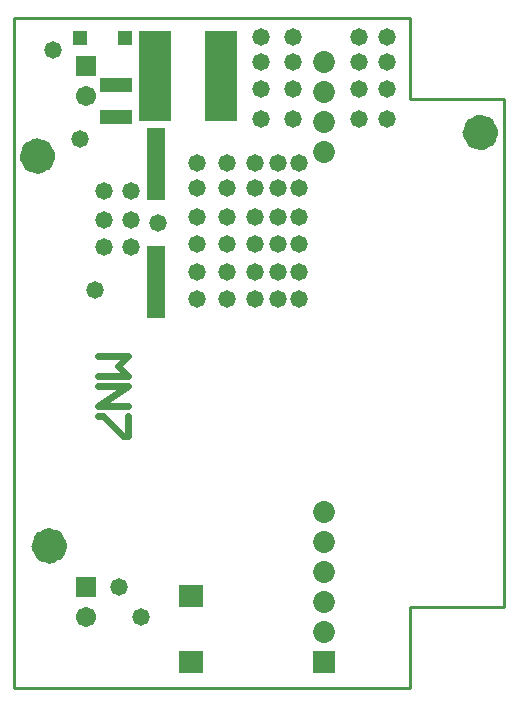
<source format=gts>
%FSLAX44Y44*%
%MOMM*%
G71*
G01*
G75*
G04 Layer_Color=8388736*
%ADD10C,0.8500*%
%ADD11R,1.0000X1.0000*%
%ADD12C,1.6000*%
%ADD13R,1.4000X6.0000*%
%ADD14R,2.6000X1.1000*%
%ADD15R,2.5000X7.5000*%
%ADD16R,1.8000X1.7000*%
%ADD17C,0.6000*%
%ADD18C,0.2000*%
%ADD19C,0.2540*%
%ADD20C,1.6500*%
%ADD21R,1.6500X1.6500*%
%ADD22C,1.5000*%
%ADD23R,1.5000X1.5000*%
%ADD24C,1.2700*%
%ADD25C,0.0500*%
%ADD26C,0.1270*%
%ADD27C,0.1400*%
%ADD28C,2.0000*%
%ADD29R,1.2032X1.2032*%
%ADD30C,1.8032*%
%ADD31R,1.6032X6.2032*%
%ADD32R,2.8032X1.3032*%
%ADD33R,2.7032X7.7032*%
%ADD34R,2.0032X1.9032*%
%ADD35C,1.8532*%
%ADD36R,1.8532X1.8532*%
%ADD37C,1.7032*%
%ADD38R,1.7032X1.7032*%
%ADD39C,1.4732*%
D17*
X71120Y280670D02*
X96512D01*
X88048Y272206D01*
X96512Y263742D01*
X71120D01*
Y255278D02*
X96512D01*
X71120Y238350D01*
X96512D01*
Y229886D02*
Y212959D01*
X92280D01*
X75352Y229886D01*
X71120D01*
D19*
X0Y0D02*
X335026D01*
Y68580D01*
X415036D01*
Y498602D01*
X335026D02*
X415036D01*
X335026D02*
Y567182D01*
X0Y0D02*
Y567182D01*
X335026D01*
D28*
X35000Y120000D02*
G03*
X35000Y120000I-5000J0D01*
G01*
X400000Y470000D02*
G03*
X400000Y470000I-5000J0D01*
G01*
X25000Y450000D02*
G03*
X25000Y450000I-5000J0D01*
G01*
D29*
X55880Y549910D02*
D03*
X93980D02*
D03*
D30*
X30000Y120000D02*
D03*
X395000Y470000D02*
D03*
X20000Y450000D02*
D03*
D31*
X120650Y443700D02*
D03*
Y343700D02*
D03*
D32*
X86360Y510070D02*
D03*
Y483070D02*
D03*
D33*
X175260Y518160D02*
D03*
X119380D02*
D03*
D34*
X149860Y21530D02*
D03*
Y77530D02*
D03*
D35*
X262890Y529590D02*
D03*
Y453390D02*
D03*
Y504190D02*
D03*
Y478790D02*
D03*
Y148590D02*
D03*
Y123190D02*
D03*
Y72390D02*
D03*
Y97790D02*
D03*
Y46990D02*
D03*
D36*
Y21590D02*
D03*
D37*
X60710Y59690D02*
D03*
Y500890D02*
D03*
D38*
Y85090D02*
D03*
Y526290D02*
D03*
D39*
X33270Y540000D02*
D03*
X180340Y328930D02*
D03*
Y351790D02*
D03*
X241300Y444500D02*
D03*
Y422910D02*
D03*
Y398780D02*
D03*
Y351790D02*
D03*
X204470Y444500D02*
D03*
Y422910D02*
D03*
X241300Y375920D02*
D03*
Y328930D02*
D03*
X204470Y398780D02*
D03*
X180340Y444500D02*
D03*
X204470Y375920D02*
D03*
Y351790D02*
D03*
X180340Y375920D02*
D03*
Y422910D02*
D03*
Y398780D02*
D03*
X204470Y328930D02*
D03*
X209550Y551180D02*
D03*
Y529590D02*
D03*
Y481330D02*
D03*
X236220Y551180D02*
D03*
Y529590D02*
D03*
X209550Y506730D02*
D03*
X316230Y529590D02*
D03*
Y506730D02*
D03*
Y481330D02*
D03*
Y551180D02*
D03*
X292100D02*
D03*
Y529590D02*
D03*
Y506730D02*
D03*
Y481330D02*
D03*
X236220Y506730D02*
D03*
Y481330D02*
D03*
X55880Y464820D02*
D03*
X121920Y393700D02*
D03*
X68580Y336550D02*
D03*
X154940Y375920D02*
D03*
Y351790D02*
D03*
X223520Y328930D02*
D03*
Y375920D02*
D03*
Y351790D02*
D03*
Y398780D02*
D03*
Y444500D02*
D03*
Y422910D02*
D03*
X154940Y444500D02*
D03*
Y398780D02*
D03*
Y422910D02*
D03*
Y328930D02*
D03*
X99060Y373380D02*
D03*
Y396240D02*
D03*
Y420370D02*
D03*
X76200Y373380D02*
D03*
Y396240D02*
D03*
Y420370D02*
D03*
X88900Y85090D02*
D03*
X107950Y59690D02*
D03*
M02*

</source>
